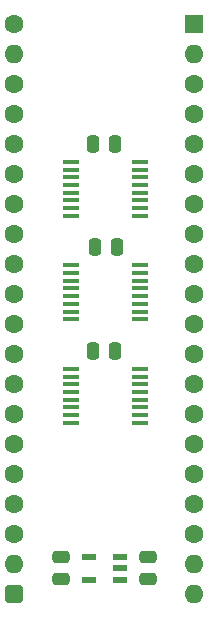
<source format=gts>
%TF.GenerationSoftware,KiCad,Pcbnew,7.0.5*%
%TF.CreationDate,2024-01-27T16:15:16+02:00*%
%TF.ProjectId,Selector 12bit,53656c65-6374-46f7-9220-31326269742e,rev?*%
%TF.SameCoordinates,Original*%
%TF.FileFunction,Soldermask,Top*%
%TF.FilePolarity,Negative*%
%FSLAX46Y46*%
G04 Gerber Fmt 4.6, Leading zero omitted, Abs format (unit mm)*
G04 Created by KiCad (PCBNEW 7.0.5) date 2024-01-27 16:15:16*
%MOMM*%
%LPD*%
G01*
G04 APERTURE LIST*
G04 Aperture macros list*
%AMRoundRect*
0 Rectangle with rounded corners*
0 $1 Rounding radius*
0 $2 $3 $4 $5 $6 $7 $8 $9 X,Y pos of 4 corners*
0 Add a 4 corners polygon primitive as box body*
4,1,4,$2,$3,$4,$5,$6,$7,$8,$9,$2,$3,0*
0 Add four circle primitives for the rounded corners*
1,1,$1+$1,$2,$3*
1,1,$1+$1,$4,$5*
1,1,$1+$1,$6,$7*
1,1,$1+$1,$8,$9*
0 Add four rect primitives between the rounded corners*
20,1,$1+$1,$2,$3,$4,$5,0*
20,1,$1+$1,$4,$5,$6,$7,0*
20,1,$1+$1,$6,$7,$8,$9,0*
20,1,$1+$1,$8,$9,$2,$3,0*%
G04 Aperture macros list end*
%ADD10R,1.450000X0.450000*%
%ADD11R,1.150000X0.600000*%
%ADD12C,1.600000*%
%ADD13O,1.600000X1.600000*%
%ADD14RoundRect,0.400000X-0.400000X-0.400000X0.400000X-0.400000X0.400000X0.400000X-0.400000X0.400000X0*%
%ADD15R,1.600000X1.600000*%
%ADD16RoundRect,0.250000X0.475000X-0.250000X0.475000X0.250000X-0.475000X0.250000X-0.475000X-0.250000X0*%
%ADD17RoundRect,0.250000X0.250000X0.475000X-0.250000X0.475000X-0.250000X-0.475000X0.250000X-0.475000X0*%
G04 APERTURE END LIST*
D10*
%TO.C,IC7*%
X119122000Y-82561000D03*
X119122000Y-83211000D03*
X119122000Y-83861000D03*
X119122000Y-84511000D03*
X119122000Y-85161000D03*
X119122000Y-85811000D03*
X119122000Y-86461000D03*
X119122000Y-87111000D03*
X124972000Y-87111000D03*
X124972000Y-86461000D03*
X124972000Y-85811000D03*
X124972000Y-85161000D03*
X124972000Y-84511000D03*
X124972000Y-83861000D03*
X124972000Y-83211000D03*
X124972000Y-82561000D03*
%TD*%
%TO.C,IC6*%
X119122000Y-73798000D03*
X119122000Y-74448000D03*
X119122000Y-75098000D03*
X119122000Y-75748000D03*
X119122000Y-76398000D03*
X119122000Y-77048000D03*
X119122000Y-77698000D03*
X119122000Y-78348000D03*
X124972000Y-78348000D03*
X124972000Y-77698000D03*
X124972000Y-77048000D03*
X124972000Y-76398000D03*
X124972000Y-75748000D03*
X124972000Y-75098000D03*
X124972000Y-74448000D03*
X124972000Y-73798000D03*
%TD*%
D11*
%TO.C,IC5*%
X123220000Y-100391000D03*
X123220000Y-99441000D03*
X123220000Y-98491000D03*
X120620000Y-98491000D03*
X120620000Y-100391000D03*
%TD*%
D10*
%TO.C,IC4*%
X119122000Y-65035000D03*
X119122000Y-65685000D03*
X119122000Y-66335000D03*
X119122000Y-66985000D03*
X119122000Y-67635000D03*
X119122000Y-68285000D03*
X119122000Y-68935000D03*
X119122000Y-69585000D03*
X124972000Y-69585000D03*
X124972000Y-68935000D03*
X124972000Y-68285000D03*
X124972000Y-67635000D03*
X124972000Y-66985000D03*
X124972000Y-66335000D03*
X124972000Y-65685000D03*
X124972000Y-65035000D03*
%TD*%
D12*
%TO.C,J1*%
X114300000Y-53340000D03*
D13*
X114300000Y-55880000D03*
D12*
X114300000Y-58420000D03*
X114300000Y-60960000D03*
X114300000Y-63500000D03*
X114300000Y-66040000D03*
X114300000Y-68580000D03*
X114300000Y-71120000D03*
X114300000Y-73660000D03*
X114300000Y-76200000D03*
X114300000Y-78740000D03*
X114300000Y-81280000D03*
X114300000Y-83820000D03*
X114300000Y-86360000D03*
X114300000Y-88900000D03*
X114300000Y-91440000D03*
X114300000Y-93980000D03*
X114300000Y-96520000D03*
D13*
X114300000Y-99060000D03*
D14*
X114300000Y-101600000D03*
D13*
X129540000Y-101600000D03*
X129540000Y-99060000D03*
D12*
X129540000Y-96520000D03*
X129540000Y-93980000D03*
X129540000Y-91440000D03*
X129540000Y-88900000D03*
X129540000Y-86360000D03*
X129540000Y-83820000D03*
X129540000Y-81280000D03*
X129540000Y-78740000D03*
X129540000Y-76200000D03*
X129540000Y-73660000D03*
X129540000Y-71120000D03*
X129540000Y-68580000D03*
X129540000Y-66040000D03*
X129540000Y-63500000D03*
X129540000Y-60960000D03*
X129540000Y-58420000D03*
D13*
X129540000Y-55880000D03*
D15*
X129540000Y-53340000D03*
%TD*%
D16*
%TO.C,C5*%
X118237000Y-100375000D03*
X118237000Y-98475000D03*
%TD*%
%TO.C,C4*%
X125603000Y-100375000D03*
X125603000Y-98475000D03*
%TD*%
D17*
%TO.C,C2*%
X122854000Y-63500000D03*
X120954000Y-63500000D03*
%TD*%
%TO.C,C1*%
X122981000Y-72263000D03*
X121081000Y-72263000D03*
%TD*%
%TO.C,C3*%
X122854000Y-81026000D03*
X120954000Y-81026000D03*
%TD*%
M02*

</source>
